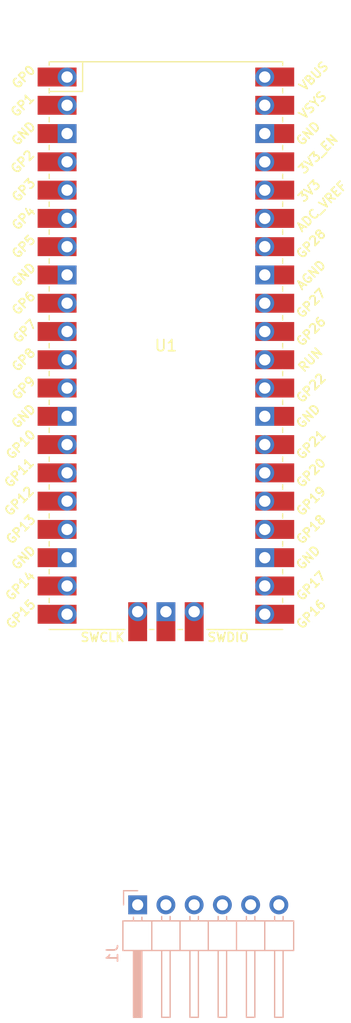
<source format=kicad_pcb>
(kicad_pcb (version 20221018) (generator pcbnew)
  (layers (0 "F.Cu" signal) (31 "B.Cu" signal) (34 "B.Paste" user) (35 "F.Paste" user) (36 "B.SilkS" user "B.Silkscreen") (37 "F.SilkS" user "F.Silkscreen") (38 "B.Mask" user) (39 "F.Mask" user) (44 "Edge.Cuts" user))
  (net 0 "")
  (net 41 "Net-(J1-Pin_1)")
  (net 42 "Net-(J1-Pin_2)")
  (net 43 "Net-(J1-Pin_3)")
  (footprint "RPi_Pico:RPi_Pico_SMD_TH" (layer "F.Cu") (at 181.61 57.15)
    (fp_text reference "U1" (at 0 0) (layer "F.SilkS"))
    (fp_text value "Pico")
    (fp_text user "GP11" (at -13.2 11.43 45) (layer "F.SilkS") (effects (font (size 0.8 0.8))))
    (fp_text user "GND" (at -12.8 -6.35 45) (layer "F.SilkS") (effects (font (size 0.8 0.8))))
    (fp_text user "GND" (at -12.8 6.35 45) (layer "F.SilkS") (effects (font (size 0.8 0.8))))
    (fp_text user "ADC_VREF" (at 14 -12.5 45) (layer "F.SilkS") (effects (font (size 0.8 0.8))))
    (fp_text user "VSYS" (at 13.2 -21.59 45) (layer "F.SilkS") (effects (font (size 0.8 0.8))))
    (fp_text user "GP15" (at -13.054 24.13 45) (layer "F.SilkS") (effects (font (size 0.8 0.8))))
    (fp_text user "GP17" (at 13.054 21.59 45) (layer "F.SilkS") (effects (font (size 0.8 0.8))))
    (fp_text user "GP10" (at -13.054 8.89 45) (layer "F.SilkS") (effects (font (size 0.8 0.8))))
    (fp_text user "AGND" (at 13.054 -6.35 45) (layer "F.SilkS") (effects (font (size 0.8 0.8))))
    (fp_text user "GP28" (at 13.054 -9.144 45) (layer "F.SilkS") (effects (font (size 0.8 0.8))))
    (fp_text user "GP27" (at 13.054 -3.8 45) (layer "F.SilkS") (effects (font (size 0.8 0.8))))
    (fp_text user "GP3" (at -12.8 -13.97 45) (layer "F.SilkS") (effects (font (size 0.8 0.8))))
    (fp_text user "GND" (at 12.8 6.35 45) (layer "F.SilkS") (effects (font (size 0.8 0.8))))
    (fp_text user "VBUS" (at 13.3 -24.2 45) (layer "F.SilkS") (effects (font (size 0.8 0.8))))
    (fp_text user "GP26" (at 13.054 -1.27 45) (layer "F.SilkS") (effects (font (size 0.8 0.8))))
    (fp_text user "GP21" (at 13.054 8.9 45) (layer "F.SilkS") (effects (font (size 0.8 0.8))))
    (fp_text user "GND" (at 12.8 19.05 45) (layer "F.SilkS") (effects (font (size 0.8 0.8))))
    (fp_text user "RUN" (at 13 1.27 45) (layer "F.SilkS") (effects (font (size 0.8 0.8))))
    (fp_text user "3V3_EN" (at 13.7 -17.2 45) (layer "F.SilkS") (effects (font (size 0.8 0.8))))
    (fp_text user "GP14" (at -13.1 21.59 45) (layer "F.SilkS") (effects (font (size 0.8 0.8))))
    (fp_text user "GP4" (at -12.8 -11.43 45) (layer "F.SilkS") (effects (font (size 0.8 0.8))))
    (fp_text user "GP12" (at -13.2 13.97 45) (layer "F.SilkS") (effects (font (size 0.8 0.8))))
    (fp_text user "GP0" (at -12.8 -24.13 45) (layer "F.SilkS") (effects (font (size 0.8 0.8))))
    (fp_text user "GP6" (at -12.8 -3.81 45) (layer "F.SilkS") (effects (font (size 0.8 0.8))))
    (fp_text user "GND" (at 12.8 -19.05 45) (layer "F.SilkS") (effects (font (size 0.8 0.8))))
    (fp_text user "GP20" (at 13.054 11.43 45) (layer "F.SilkS") (effects (font (size 0.8 0.8))))
    (fp_text user "3V3" (at 12.9 -13.9 45) (layer "F.SilkS") (effects (font (size 0.8 0.8))))
    (fp_text user "GP2" (at -12.9 -16.51 45) (layer "F.SilkS") (effects (font (size 0.8 0.8))))
    (fp_text user "GND" (at -12.8 19.05 45) (layer "F.SilkS") (effects (font (size 0.8 0.8))))
    (fp_text user "SWDIO" (at 5.6 26.2) (layer "F.SilkS") (effects (font (size 0.8 0.8))))
    (fp_text user "GND" (at -12.8 -19.05 45) (layer "F.SilkS") (effects (font (size 0.8 0.8))))
    (fp_text user "GP19" (at 13.054 13.97 45) (layer "F.SilkS") (effects (font (size 0.8 0.8))))
    (fp_text user "GP5" (at -12.8 -8.89 45) (layer "F.SilkS") (effects (font (size 0.8 0.8))))
    (fp_text user "GP1" (at -12.9 -21.6 45) (layer "F.SilkS") (effects (font (size 0.8 0.8))))
    (fp_text user "GP22" (at 13.054 3.81 45) (layer "F.SilkS") (effects (font (size 0.8 0.8))))
    (fp_text user "GP13" (at -13.054 16.51 45) (layer "F.SilkS") (effects (font (size 0.8 0.8))))
    (fp_text user "GP7" (at -12.7 -1.3 45) (layer "F.SilkS") (effects (font (size 0.8 0.8))))
    (fp_text user "GP9" (at -12.8 3.81 45) (layer "F.SilkS") (effects (font (size 0.8 0.8))))
    (fp_text user "GP16" (at 13.054 24.13 45) (layer "F.SilkS") (effects (font (size 0.8 0.8))))
    (fp_text user "GP8" (at -12.8 1.27 45) (layer "F.SilkS") (effects (font (size 0.8 0.8))))
    (fp_text user "GP18" (at 13.054 16.51 45) (layer "F.SilkS") (effects (font (size 0.8 0.8))))
    (fp_text user "SWCLK" (at -5.7 26.2) (layer "F.SilkS") (effects (font (size 0.8 0.8))))
    (fp_line (start -10.5 -25.5) (end -10.5 -25.2) (stroke (width 0.12)) (layer "F.SilkS"))
    (fp_line (start -10.5 -25.5) (end 10.5 -25.5) (stroke (width 0.12)) (layer "F.SilkS"))
    (fp_line (start -10.5 -23.1) (end -10.5 -22.7) (stroke (width 0.12)) (layer "F.SilkS"))
    (fp_line (start -10.5 -22.833) (end -7.493 -22.833) (stroke (width 0.12)) (layer "F.SilkS"))
    (fp_line (start -10.5 -20.5) (end -10.5 -20.1) (stroke (width 0.12)) (layer "F.SilkS"))
    (fp_line (start -10.5 -18) (end -10.5 -17.6) (stroke (width 0.12)) (layer "F.SilkS"))
    (fp_line (start -10.5 -15.4) (end -10.5 -15) (stroke (width 0.12)) (layer "F.SilkS"))
    (fp_line (start -10.5 -12.9) (end -10.5 -12.5) (stroke (width 0.12)) (layer "F.SilkS"))
    (fp_line (start -10.5 -10.4) (end -10.5 -10) (stroke (width 0.12)) (layer "F.SilkS"))
    (fp_line (start -10.5 -7.8) (end -10.5 -7.4) (stroke (width 0.12)) (layer "F.SilkS"))
    (fp_line (start -10.5 -5.3) (end -10.5 -4.9) (stroke (width 0.12)) (layer "F.SilkS"))
    (fp_line (start -10.5 -2.7) (end -10.5 -2.3) (stroke (width 0.12)) (layer "F.SilkS"))
    (fp_line (start -10.5 -0.2) (end -10.5 0.2) (stroke (width 0.12)) (layer "F.SilkS"))
    (fp_line (start -10.5 2.3) (end -10.5 2.7) (stroke (width 0.12)) (layer "F.SilkS"))
    (fp_line (start -10.5 4.9) (end -10.5 5.3) (stroke (width 0.12)) (layer "F.SilkS"))
    (fp_line (start -10.5 7.4) (end -10.5 7.8) (stroke (width 0.12)) (layer "F.SilkS"))
    (fp_line (start -10.5 10) (end -10.5 10.4) (stroke (width 0.12)) (layer "F.SilkS"))
    (fp_line (start -10.5 12.5) (end -10.5 12.9) (stroke (width 0.12)) (layer "F.SilkS"))
    (fp_line (start -10.5 15.1) (end -10.5 15.5) (stroke (width 0.12)) (layer "F.SilkS"))
    (fp_line (start -10.5 17.6) (end -10.5 18) (stroke (width 0.12)) (layer "F.SilkS"))
    (fp_line (start -10.5 20.1) (end -10.5 20.5) (stroke (width 0.12)) (layer "F.SilkS"))
    (fp_line (start -10.5 22.7) (end -10.5 23.1) (stroke (width 0.12)) (layer "F.SilkS"))
    (fp_line (start -7.493 -22.833) (end -7.493 -25.5) (stroke (width 0.12)) (layer "F.SilkS"))
    (fp_line (start -3.7 25.5) (end -10.5 25.5) (stroke (width 0.12)) (layer "F.SilkS"))
    (fp_line (start -1.5 25.5) (end -1.1 25.5) (stroke (width 0.12)) (layer "F.SilkS"))
    (fp_line (start 1.1 25.5) (end 1.5 25.5) (stroke (width 0.12)) (layer "F.SilkS"))
    (fp_line (start 10.5 -25.5) (end 10.5 -25.2) (stroke (width 0.12)) (layer "F.SilkS"))
    (fp_line (start 10.5 -23.1) (end 10.5 -22.7) (stroke (width 0.12)) (layer "F.SilkS"))
    (fp_line (start 10.5 -20.5) (end 10.5 -20.1) (stroke (width 0.12)) (layer "F.SilkS"))
    (fp_line (start 10.5 -18) (end 10.5 -17.6) (stroke (width 0.12)) (layer "F.SilkS"))
    (fp_line (start 10.5 -15.4) (end 10.5 -15) (stroke (width 0.12)) (layer "F.SilkS"))
    (fp_line (start 10.5 -12.9) (end 10.5 -12.5) (stroke (width 0.12)) (layer "F.SilkS"))
    (fp_line (start 10.5 -10.4) (end 10.5 -10) (stroke (width 0.12)) (layer "F.SilkS"))
    (fp_line (start 10.5 -7.8) (end 10.5 -7.4) (stroke (width 0.12)) (layer "F.SilkS"))
    (fp_line (start 10.5 -5.3) (end 10.5 -4.9) (stroke (width 0.12)) (layer "F.SilkS"))
    (fp_line (start 10.5 -2.7) (end 10.5 -2.3) (stroke (width 0.12)) (layer "F.SilkS"))
    (fp_line (start 10.5 -0.2) (end 10.5 0.2) (stroke (width 0.12)) (layer "F.SilkS"))
    (fp_line (start 10.5 2.3) (end 10.5 2.7) (stroke (width 0.12)) (layer "F.SilkS"))
    (fp_line (start 10.5 4.9) (end 10.5 5.3) (stroke (width 0.12)) (layer "F.SilkS"))
    (fp_line (start 10.5 7.4) (end 10.5 7.8) (stroke (width 0.12)) (layer "F.SilkS"))
    (fp_line (start 10.5 10) (end 10.5 10.4) (stroke (width 0.12)) (layer "F.SilkS"))
    (fp_line (start 10.5 12.5) (end 10.5 12.9) (stroke (width 0.12)) (layer "F.SilkS"))
    (fp_line (start 10.5 15.1) (end 10.5 15.5) (stroke (width 0.12)) (layer "F.SilkS"))
    (fp_line (start 10.5 17.6) (end 10.5 18) (stroke (width 0.12)) (layer "F.SilkS"))
    (fp_line (start 10.5 20.1) (end 10.5 20.5) (stroke (width 0.12)) (layer "F.SilkS"))
    (fp_line (start 10.5 22.7) (end 10.5 23.1) (stroke (width 0.12)) (layer "F.SilkS"))
    (fp_line (start 10.5 25.5) (end 3.7 25.5) (stroke (width 0.12)) (layer "F.SilkS"))
    (pad "" np_thru_hole oval (at -2.725 -24) (size 1.8 1.8) (drill 1.8) (layers "*.Cu" "*.Mask"))
    (pad "" np_thru_hole oval (at -2.425 -20.97) (size 1.5 1.5) (drill 1.5) (layers "*.Cu" "*.Mask"))
    (pad "" np_thru_hole oval (at 2.425 -20.97) (size 1.5 1.5) (drill 1.5) (layers "*.Cu" "*.Mask"))
    (pad "" np_thru_hole oval (at 2.725 -24) (size 1.8 1.8) (drill 1.8) (layers "*.Cu" "*.Mask"))
    (pad "1" thru_hole oval (at -8.89 -24.13) (size 1.7 1.7) (drill 1.02) (layers "*.Cu" "*.Mask"))
    (pad "1" smd rect (at -8.89 -24.13) (size 3.5 1.7) (drill (offset -0.9 0)) (layers "F.Cu" "F.Mask"))
    (pad "2" thru_hole oval (at -8.89 -21.59) (size 1.7 1.7) (drill 1.02) (layers "*.Cu" "*.Mask"))
    (pad "2" smd rect (at -8.89 -21.59) (size 3.5 1.7) (drill (offset -0.9 0)) (layers "F.Cu" "F.Mask"))
    (pad "3" thru_hole rect (at -8.89 -19.05) (size 1.7 1.7) (drill 1.02) (layers "*.Cu" "*.Mask"))
    (pad "3" smd rect (at -8.89 -19.05) (size 3.5 1.7) (drill (offset -0.9 0)) (layers "F.Cu" "F.Mask"))
    (pad "4" thru_hole oval (at -8.89 -16.51) (size 1.7 1.7) (drill 1.02) (layers "*.Cu" "*.Mask"))
    (pad "4" smd rect (at -8.89 -16.51) (size 3.5 1.7) (drill (offset -0.9 0)) (layers "F.Cu" "F.Mask"))
    (pad "5" thru_hole oval (at -8.89 -13.97) (size 1.7 1.7) (drill 1.02) (layers "*.Cu" "*.Mask"))
    (pad "5" smd rect (at -8.89 -13.97) (size 3.5 1.7) (drill (offset -0.9 0)) (layers "F.Cu" "F.Mask"))
    (pad "6" thru_hole oval (at -8.89 -11.43) (size 1.7 1.7) (drill 1.02) (layers "*.Cu" "*.Mask"))
    (pad "6" smd rect (at -8.89 -11.43) (size 3.5 1.7) (drill (offset -0.9 0)) (layers "F.Cu" "F.Mask"))
    (pad "7" thru_hole oval (at -8.89 -8.89) (size 1.7 1.7) (drill 1.02) (layers "*.Cu" "*.Mask"))
    (pad "7" smd rect (at -8.89 -8.89) (size 3.5 1.7) (drill (offset -0.9 0)) (layers "F.Cu" "F.Mask"))
    (pad "8" thru_hole rect (at -8.89 -6.35) (size 1.7 1.7) (drill 1.02) (layers "*.Cu" "*.Mask"))
    (pad "8" smd rect (at -8.89 -6.35) (size 3.5 1.7) (drill (offset -0.9 0)) (layers "F.Cu" "F.Mask"))
    (pad "9" thru_hole oval (at -8.89 -3.81) (size 1.7 1.7) (drill 1.02) (layers "*.Cu" "*.Mask"))
    (pad "9" smd rect (at -8.89 -3.81) (size 3.5 1.7) (drill (offset -0.9 0)) (layers "F.Cu" "F.Mask"))
    (pad "10" thru_hole oval (at -8.89 -1.27) (size 1.7 1.7) (drill 1.02) (layers "*.Cu" "*.Mask"))
    (pad "10" smd rect (at -8.89 -1.27) (size 3.5 1.7) (drill (offset -0.9 0)) (layers "F.Cu" "F.Mask"))
    (pad "11" thru_hole oval (at -8.89 1.27) (size 1.7 1.7) (drill 1.02) (layers "*.Cu" "*.Mask"))
    (pad "11" smd rect (at -8.89 1.27) (size 3.5 1.7) (drill (offset -0.9 0)) (layers "F.Cu" "F.Mask"))
    (pad "12" thru_hole oval (at -8.89 3.81) (size 1.7 1.7) (drill 1.02) (layers "*.Cu" "*.Mask"))
    (pad "12" smd rect (at -8.89 3.81) (size 3.5 1.7) (drill (offset -0.9 0)) (layers "F.Cu" "F.Mask"))
    (pad "13" thru_hole rect (at -8.89 6.35) (size 1.7 1.7) (drill 1.02) (layers "*.Cu" "*.Mask"))
    (pad "13" smd rect (at -8.89 6.35) (size 3.5 1.7) (drill (offset -0.9 0)) (layers "F.Cu" "F.Mask"))
    (pad "14" thru_hole oval (at -8.89 8.89) (size 1.7 1.7) (drill 1.02) (layers "*.Cu" "*.Mask"))
    (pad "14" smd rect (at -8.89 8.89) (size 3.5 1.7) (drill (offset -0.9 0)) (layers "F.Cu" "F.Mask"))
    (pad "15" thru_hole oval (at -8.89 11.43) (size 1.7 1.7) (drill 1.02) (layers "*.Cu" "*.Mask"))
    (pad "15" smd rect (at -8.89 11.43) (size 3.5 1.7) (drill (offset -0.9 0)) (layers "F.Cu" "F.Mask"))
    (pad "16" thru_hole oval (at -8.89 13.97) (size 1.7 1.7) (drill 1.02) (layers "*.Cu" "*.Mask"))
    (pad "16" smd rect (at -8.89 13.97) (size 3.5 1.7) (drill (offset -0.9 0)) (layers "F.Cu" "F.Mask"))
    (pad "17" thru_hole oval (at -8.89 16.51) (size 1.7 1.7) (drill 1.02) (layers "*.Cu" "*.Mask"))
    (pad "17" smd rect (at -8.89 16.51) (size 3.5 1.7) (drill (offset -0.9 0)) (layers "F.Cu" "F.Mask"))
    (pad "18" thru_hole rect (at -8.89 19.05) (size 1.7 1.7) (drill 1.02) (layers "*.Cu" "*.Mask"))
    (pad "18" smd rect (at -8.89 19.05) (size 3.5 1.7) (drill (offset -0.9 0)) (layers "F.Cu" "F.Mask"))
    (pad "19" thru_hole oval (at -8.89 21.59) (size 1.7 1.7) (drill 1.02) (layers "*.Cu" "*.Mask"))
    (pad "19" smd rect (at -8.89 21.59) (size 3.5 1.7) (drill (offset -0.9 0)) (layers "F.Cu" "F.Mask"))
    (pad "20" thru_hole oval (at -8.89 24.13) (size 1.7 1.7) (drill 1.02) (layers "*.Cu" "*.Mask"))
    (pad "20" smd rect (at -8.89 24.13) (size 3.5 1.7) (drill (offset -0.9 0)) (layers "F.Cu" "F.Mask"))
    (pad "21" thru_hole oval (at 8.89 24.13) (size 1.7 1.7) (drill 1.02) (layers "*.Cu" "*.Mask"))
    (pad "21" smd rect (at 8.89 24.13) (size 3.5 1.7) (drill (offset 0.9 0)) (layers "F.Cu" "F.Mask"))
    (pad "22" thru_hole oval (at 8.89 21.59) (size 1.7 1.7) (drill 1.02) (layers "*.Cu" "*.Mask"))
    (pad "22" smd rect (at 8.89 21.59) (size 3.5 1.7) (drill (offset 0.9 0)) (layers "F.Cu" "F.Mask"))
    (pad "23" thru_hole rect (at 8.89 19.05) (size 1.7 1.7) (drill 1.02) (layers "*.Cu" "*.Mask"))
    (pad "23" smd rect (at 8.89 19.05) (size 3.5 1.7) (drill (offset 0.9 0)) (layers "F.Cu" "F.Mask"))
    (pad "24" thru_hole oval (at 8.89 16.51) (size 1.7 1.7) (drill 1.02) (layers "*.Cu" "*.Mask"))
    (pad "24" smd rect (at 8.89 16.51) (size 3.5 1.7) (drill (offset 0.9 0)) (layers "F.Cu" "F.Mask"))
    (pad "25" thru_hole oval (at 8.89 13.97) (size 1.7 1.7) (drill 1.02) (layers "*.Cu" "*.Mask"))
    (pad "25" smd rect (at 8.89 13.97) (size 3.5 1.7) (drill (offset 0.9 0)) (layers "F.Cu" "F.Mask"))
    (pad "26" thru_hole oval (at 8.89 11.43) (size 1.7 1.7) (drill 1.02) (layers "*.Cu" "*.Mask"))
    (pad "26" smd rect (at 8.89 11.43) (size 3.5 1.7) (drill (offset 0.9 0)) (layers "F.Cu" "F.Mask"))
    (pad "27" thru_hole oval (at 8.89 8.89) (size 1.7 1.7) (drill 1.02) (layers "*.Cu" "*.Mask"))
    (pad "27" smd rect (at 8.89 8.89) (size 3.5 1.7) (drill (offset 0.9 0)) (layers "F.Cu" "F.Mask"))
    (pad "28" thru_hole rect (at 8.89 6.35) (size 1.7 1.7) (drill 1.02) (layers "*.Cu" "*.Mask"))
    (pad "28" smd rect (at 8.89 6.35) (size 3.5 1.7) (drill (offset 0.9 0)) (layers "F.Cu" "F.Mask"))
    (pad "29" thru_hole oval (at 8.89 3.81) (size 1.7 1.7) (drill 1.02) (layers "*.Cu" "*.Mask"))
    (pad "29" smd rect (at 8.89 3.81) (size 3.5 1.7) (drill (offset 0.9 0)) (layers "F.Cu" "F.Mask"))
    (pad "30" thru_hole oval (at 8.89 1.27) (size 1.7 1.7) (drill 1.02) (layers "*.Cu" "*.Mask"))
    (pad "30" smd rect (at 8.89 1.27) (size 3.5 1.7) (drill (offset 0.9 0)) (layers "F.Cu" "F.Mask"))
    (pad "31" thru_hole oval (at 8.89 -1.27) (size 1.7 1.7) (drill 1.02) (layers "*.Cu" "*.Mask"))
    (pad "31" smd rect (at 8.89 -1.27) (size 3.5 1.7) (drill (offset 0.9 0)) (layers "F.Cu" "F.Mask"))
    (pad "32" thru_hole oval (at 8.89 -3.81) (size 1.7 1.7) (drill 1.02) (layers "*.Cu" "*.Mask"))
    (pad "32" smd rect (at 8.89 -3.81) (size 3.5 1.7) (drill (offset 0.9 0)) (layers "F.Cu" "F.Mask"))
    (pad "33" thru_hole rect (at 8.89 -6.35) (size 1.7 1.7) (drill 1.02) (layers "*.Cu" "*.Mask"))
    (pad "33" smd rect (at 8.89 -6.35) (size 3.5 1.7) (drill (offset 0.9 0)) (layers "F.Cu" "F.Mask"))
    (pad "34" thru_hole oval (at 8.89 -8.89) (size 1.7 1.7) (drill 1.02) (layers "*.Cu" "*.Mask"))
    (pad "34" smd rect (at 8.89 -8.89) (size 3.5 1.7) (drill (offset 0.9 0)) (layers "F.Cu" "F.Mask"))
    (pad "35" thru_hole oval (at 8.89 -11.43) (size 1.7 1.7) (drill 1.02) (layers "*.Cu" "*.Mask"))
    (pad "35" smd rect (at 8.89 -11.43) (size 3.5 1.7) (drill (offset 0.9 0)) (layers "F.Cu" "F.Mask"))
    (pad "36" thru_hole oval (at 8.89 -13.97) (size 1.7 1.7) (drill 1.02) (layers "*.Cu" "*.Mask"))
    (pad "36" smd rect (at 8.89 -13.97) (size 3.5 1.7) (drill (offset 0.9 0)) (layers "F.Cu" "F.Mask"))
    (pad "37" thru_hole oval (at 8.89 -16.51) (size 1.7 1.7) (drill 1.02) (layers "*.Cu" "*.Mask"))
    (pad "37" smd rect (at 8.89 -16.51) (size 3.5 1.7) (drill (offset 0.9 0)) (layers "F.Cu" "F.Mask"))
    (pad "38" thru_hole rect (at 8.89 -19.05) (size 1.7 1.7) (drill 1.02) (layers "*.Cu" "*.Mask"))
    (pad "38" smd rect (at 8.89 -19.05) (size 3.5 1.7) (drill (offset 0.9 0)) (layers "F.Cu" "F.Mask"))
    (pad "39" thru_hole oval (at 8.89 -21.59) (size 1.7 1.7) (drill 1.02) (layers "*.Cu" "*.Mask"))
    (pad "39" smd rect (at 8.89 -21.59) (size 3.5 1.7) (drill (offset 0.9 0)) (layers "F.Cu" "F.Mask"))
    (pad "40" thru_hole oval (at 8.89 -24.13) (size 1.7 1.7) (drill 1.02) (layers "*.Cu" "*.Mask"))
    (pad "40" smd rect (at 8.89 -24.13) (size 3.5 1.7) (drill (offset 0.9 0)) (layers "F.Cu" "F.Mask"))
    (pad "41" thru_hole oval (at -2.54 23.9) (size 1.7 1.7) (drill 1.02) (layers "*.Cu" "*.Mask") (net 41 "Net-(J1-Pin_1)"))
    (pad "41" smd rect (at -2.54 23.9 90) (size 3.5 1.7) (drill (offset -0.9 0)) (layers "F.Cu" "F.Mask") (net 41 "Net-(J1-Pin_1)"))
    (pad "42" thru_hole rect (at 0 23.9) (size 1.7 1.7) (drill 1.02) (layers "*.Cu" "*.Mask") (net 42 "Net-(J1-Pin_2)"))
    (pad "42" smd rect (at 0 23.9 90) (size 3.5 1.7) (drill (offset -0.9 0)) (layers "F.Cu" "F.Mask") (net 42 "Net-(J1-Pin_2)"))
    (pad "43" thru_hole oval (at 2.54 23.9) (size 1.7 1.7) (drill 1.02) (layers "*.Cu" "*.Mask") (net 43 "Net-(J1-Pin_3)"))
    (pad "43" smd rect (at 2.54 23.9 90) (size 3.5 1.7) (drill (offset -0.9 0)) (layers "F.Cu" "F.Mask") (net 43 "Net-(J1-Pin_3)"))
  )
  (footprint "Connector_PinHeader_2.54mm:PinHeader_1x06_P2.54mm_Horizontal" (layer "B.Cu") (at 179.07 107.385 -90)
    (fp_text reference "J1" (at 4.385 2.27 90) (layer "B.SilkS") (effects (justify mirror)))
    (fp_text value "Conn_01x06_Pin")
    (fp_line (start -1.27 0) (end -1.27 1.27) (stroke (width 0.12)) (layer "B.SilkS"))
    (fp_line (start -1.27 1.27) (end 0 1.27) (stroke (width 0.12)) (layer "B.SilkS"))
    (fp_line (start 1.042929 -13.08) (end 1.44 -13.08) (stroke (width 0.12)) (layer "B.SilkS"))
    (fp_line (start 1.042929 -12.32) (end 1.44 -12.32) (stroke (width 0.12)) (layer "B.SilkS"))
    (fp_line (start 1.042929 -10.54) (end 1.44 -10.54) (stroke (width 0.12)) (layer "B.SilkS"))
    (fp_line (start 1.042929 -9.78) (end 1.44 -9.78) (stroke (width 0.12)) (layer "B.SilkS"))
    (fp_line (start 1.042929 -8) (end 1.44 -8) (stroke (width 0.12)) (layer "B.SilkS"))
    (fp_line (start 1.042929 -7.24) (end 1.44 -7.24) (stroke (width 0.12)) (layer "B.SilkS"))
    (fp_line (start 1.042929 -5.46) (end 1.44 -5.46) (stroke (width 0.12)) (layer "B.SilkS"))
    (fp_line (start 1.042929 -4.7) (end 1.44 -4.7) (stroke (width 0.12)) (layer "B.SilkS"))
    (fp_line (start 1.042929 -2.92) (end 1.44 -2.92) (stroke (width 0.12)) (layer "B.SilkS"))
    (fp_line (start 1.042929 -2.16) (end 1.44 -2.16) (stroke (width 0.12)) (layer "B.SilkS"))
    (fp_line (start 1.11 -0.38) (end 1.44 -0.38) (stroke (width 0.12)) (layer "B.SilkS"))
    (fp_line (start 1.11 0.38) (end 1.44 0.38) (stroke (width 0.12)) (layer "B.SilkS"))
    (fp_line (start 1.44 -14.03) (end 4.1 -14.03) (stroke (width 0.12)) (layer "B.SilkS"))
    (fp_line (start 1.44 -11.43) (end 4.1 -11.43) (stroke (width 0.12)) (layer "B.SilkS"))
    (fp_line (start 1.44 -8.89) (end 4.1 -8.89) (stroke (width 0.12)) (layer "B.SilkS"))
    (fp_line (start 1.44 -6.35) (end 4.1 -6.35) (stroke (width 0.12)) (layer "B.SilkS"))
    (fp_line (start 1.44 -3.81) (end 4.1 -3.81) (stroke (width 0.12)) (layer "B.SilkS"))
    (fp_line (start 1.44 -1.27) (end 4.1 -1.27) (stroke (width 0.12)) (layer "B.SilkS"))
    (fp_line (start 1.44 1.33) (end 1.44 -14.03) (stroke (width 0.12)) (layer "B.SilkS"))
    (fp_line (start 4.1 -14.03) (end 4.1 1.33) (stroke (width 0.12)) (layer "B.SilkS"))
    (fp_line (start 4.1 -12.32) (end 10.1 -12.32) (stroke (width 0.12)) (layer "B.SilkS"))
    (fp_line (start 4.1 -9.78) (end 10.1 -9.78) (stroke (width 0.12)) (layer "B.SilkS"))
    (fp_line (start 4.1 -7.24) (end 10.1 -7.24) (stroke (width 0.12)) (layer "B.SilkS"))
    (fp_line (start 4.1 -4.7) (end 10.1 -4.7) (stroke (width 0.12)) (layer "B.SilkS"))
    (fp_line (start 4.1 -2.16) (end 10.1 -2.16) (stroke (width 0.12)) (layer "B.SilkS"))
    (fp_line (start 4.1 -0.28) (end 10.1 -0.28) (stroke (width 0.12)) (layer "B.SilkS"))
    (fp_line (start 4.1 -0.16) (end 10.1 -0.16) (stroke (width 0.12)) (layer "B.SilkS"))
    (fp_line (start 4.1 -0.04) (end 10.1 -0.04) (stroke (width 0.12)) (layer "B.SilkS"))
    (fp_line (start 4.1 0.08) (end 10.1 0.08) (stroke (width 0.12)) (layer "B.SilkS"))
    (fp_line (start 4.1 0.2) (end 10.1 0.2) (stroke (width 0.12)) (layer "B.SilkS"))
    (fp_line (start 4.1 0.32) (end 10.1 0.32) (stroke (width 0.12)) (layer "B.SilkS"))
    (fp_line (start 4.1 0.38) (end 10.1 0.38) (stroke (width 0.12)) (layer "B.SilkS"))
    (fp_line (start 4.1 1.33) (end 1.44 1.33) (stroke (width 0.12)) (layer "B.SilkS"))
    (fp_line (start 10.1 -13.08) (end 4.1 -13.08) (stroke (width 0.12)) (layer "B.SilkS"))
    (fp_line (start 10.1 -12.32) (end 10.1 -13.08) (stroke (width 0.12)) (layer "B.SilkS"))
    (fp_line (start 10.1 -10.54) (end 4.1 -10.54) (stroke (width 0.12)) (layer "B.SilkS"))
    (fp_line (start 10.1 -9.78) (end 10.1 -10.54) (stroke (width 0.12)) (layer "B.SilkS"))
    (fp_line (start 10.1 -8) (end 4.1 -8) (stroke (width 0.12)) (layer "B.SilkS"))
    (fp_line (start 10.1 -7.24) (end 10.1 -8) (stroke (width 0.12)) (layer "B.SilkS"))
    (fp_line (start 10.1 -5.46) (end 4.1 -5.46) (stroke (width 0.12)) (layer "B.SilkS"))
    (fp_line (start 10.1 -4.7) (end 10.1 -5.46) (stroke (width 0.12)) (layer "B.SilkS"))
    (fp_line (start 10.1 -2.92) (end 4.1 -2.92) (stroke (width 0.12)) (layer "B.SilkS"))
    (fp_line (start 10.1 -2.16) (end 10.1 -2.92) (stroke (width 0.12)) (layer "B.SilkS"))
    (fp_line (start 10.1 -0.38) (end 4.1 -0.38) (stroke (width 0.12)) (layer "B.SilkS"))
    (fp_line (start 10.1 0.38) (end 10.1 -0.38) (stroke (width 0.12)) (layer "B.SilkS"))
    (pad "1" thru_hole rect (at 0 0 270) (size 1.7 1.7) (drill 1) (layers "*.Cu" "*.Mask") (net 41 "Net-(J1-Pin_1)"))
    (pad "2" thru_hole oval (at 0 -2.54 270) (size 1.7 1.7) (drill 1) (layers "*.Cu" "*.Mask") (net 42 "Net-(J1-Pin_2)"))
    (pad "3" thru_hole oval (at 0 -5.08 270) (size 1.7 1.7) (drill 1) (layers "*.Cu" "*.Mask") (net 43 "Net-(J1-Pin_3)"))
    (pad "4" thru_hole oval (at 0 -7.62 270) (size 1.7 1.7) (drill 1) (layers "*.Cu" "*.Mask"))
    (pad "5" thru_hole oval (at 0 -10.16 270) (size 1.7 1.7) (drill 1) (layers "*.Cu" "*.Mask"))
    (pad "6" thru_hole oval (at 0 -12.7 270) (size 1.7 1.7) (drill 1) (layers "*.Cu" "*.Mask"))
  )
)
</source>
